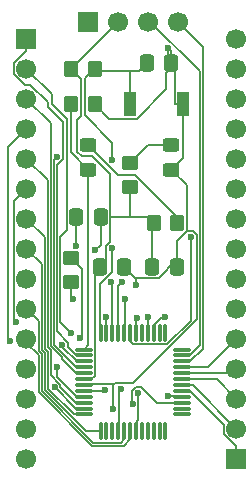
<source format=gtl>
G04 #@! TF.GenerationSoftware,KiCad,Pcbnew,9.0.7*
G04 #@! TF.CreationDate,2026-02-04T18:18:02+11:00*
G04 #@! TF.ProjectId,g3507-base,67333530-372d-4626-9173-652e6b696361,rev?*
G04 #@! TF.SameCoordinates,Original*
G04 #@! TF.FileFunction,Copper,L1,Top*
G04 #@! TF.FilePolarity,Positive*
%FSLAX46Y46*%
G04 Gerber Fmt 4.6, Leading zero omitted, Abs format (unit mm)*
G04 Created by KiCad (PCBNEW 9.0.7) date 2026-02-04 18:18:02*
%MOMM*%
%LPD*%
G01*
G04 APERTURE LIST*
G04 Aperture macros list*
%AMRoundRect*
0 Rectangle with rounded corners*
0 $1 Rounding radius*
0 $2 $3 $4 $5 $6 $7 $8 $9 X,Y pos of 4 corners*
0 Add a 4 corners polygon primitive as box body*
4,1,4,$2,$3,$4,$5,$6,$7,$8,$9,$2,$3,0*
0 Add four circle primitives for the rounded corners*
1,1,$1+$1,$2,$3*
1,1,$1+$1,$4,$5*
1,1,$1+$1,$6,$7*
1,1,$1+$1,$8,$9*
0 Add four rect primitives between the rounded corners*
20,1,$1+$1,$2,$3,$4,$5,0*
20,1,$1+$1,$4,$5,$6,$7,0*
20,1,$1+$1,$6,$7,$8,$9,0*
20,1,$1+$1,$8,$9,$2,$3,0*%
G04 Aperture macros list end*
G04 #@! TA.AperFunction,SMDPad,CuDef*
%ADD10RoundRect,0.250000X0.450000X-0.350000X0.450000X0.350000X-0.450000X0.350000X-0.450000X-0.350000X0*%
G04 #@! TD*
G04 #@! TA.AperFunction,SMDPad,CuDef*
%ADD11RoundRect,0.250000X-0.337500X-0.475000X0.337500X-0.475000X0.337500X0.475000X-0.337500X0.475000X0*%
G04 #@! TD*
G04 #@! TA.AperFunction,SMDPad,CuDef*
%ADD12RoundRect,0.075000X-0.662500X-0.075000X0.662500X-0.075000X0.662500X0.075000X-0.662500X0.075000X0*%
G04 #@! TD*
G04 #@! TA.AperFunction,SMDPad,CuDef*
%ADD13RoundRect,0.075000X-0.075000X-0.662500X0.075000X-0.662500X0.075000X0.662500X-0.075000X0.662500X0*%
G04 #@! TD*
G04 #@! TA.AperFunction,ComponentPad*
%ADD14R,1.700000X1.700000*%
G04 #@! TD*
G04 #@! TA.AperFunction,ComponentPad*
%ADD15C,1.700000*%
G04 #@! TD*
G04 #@! TA.AperFunction,SMDPad,CuDef*
%ADD16RoundRect,0.250000X0.450000X-0.325000X0.450000X0.325000X-0.450000X0.325000X-0.450000X-0.325000X0*%
G04 #@! TD*
G04 #@! TA.AperFunction,SMDPad,CuDef*
%ADD17R,1.000000X2.000000*%
G04 #@! TD*
G04 #@! TA.AperFunction,SMDPad,CuDef*
%ADD18R,1.050000X2.000000*%
G04 #@! TD*
G04 #@! TA.AperFunction,SMDPad,CuDef*
%ADD19RoundRect,0.250000X-0.350000X-0.450000X0.350000X-0.450000X0.350000X0.450000X-0.350000X0.450000X0*%
G04 #@! TD*
G04 #@! TA.AperFunction,ViaPad*
%ADD20C,0.600000*%
G04 #@! TD*
G04 #@! TA.AperFunction,Conductor*
%ADD21C,0.127000*%
G04 #@! TD*
G04 APERTURE END LIST*
D10*
X113000000Y-79000000D03*
X113000000Y-77000000D03*
D11*
X119880000Y-77780000D03*
X121955000Y-77780000D03*
X113425000Y-73500000D03*
X115500000Y-73500000D03*
X115425000Y-77780000D03*
X117500000Y-77780000D03*
X119425000Y-60500000D03*
X121500000Y-60500000D03*
D12*
X114087500Y-84750000D03*
X114087500Y-85250000D03*
X114087500Y-85750000D03*
X114087500Y-86250000D03*
X114087500Y-86750000D03*
X114087500Y-87250000D03*
X114087500Y-87750000D03*
X114087500Y-88250000D03*
X114087500Y-88750000D03*
X114087500Y-89250000D03*
X114087500Y-89750000D03*
X114087500Y-90250000D03*
D13*
X115500000Y-91662500D03*
X116000000Y-91662500D03*
X116500000Y-91662500D03*
X117000000Y-91662500D03*
X117500000Y-91662500D03*
X118000000Y-91662500D03*
X118500000Y-91662500D03*
X119000000Y-91662500D03*
X119500000Y-91662500D03*
X120000000Y-91662500D03*
X120500000Y-91662500D03*
X121000000Y-91662500D03*
D12*
X122412500Y-90250000D03*
X122412500Y-89750000D03*
X122412500Y-89250000D03*
X122412500Y-88750000D03*
X122412500Y-88250000D03*
X122412500Y-87750000D03*
X122412500Y-87250000D03*
X122412500Y-86750000D03*
X122412500Y-86250000D03*
X122412500Y-85750000D03*
X122412500Y-85250000D03*
X122412500Y-84750000D03*
D13*
X121000000Y-83337500D03*
X120500000Y-83337500D03*
X120000000Y-83337500D03*
X119500000Y-83337500D03*
X119000000Y-83337500D03*
X118500000Y-83337500D03*
X118000000Y-83337500D03*
X117500000Y-83337500D03*
X117000000Y-83337500D03*
X116500000Y-83337500D03*
X116000000Y-83337500D03*
X115500000Y-83337500D03*
D14*
X114420000Y-57000000D03*
D15*
X116960000Y-57000000D03*
X119500000Y-57000000D03*
X122040000Y-57000000D03*
D10*
X118000000Y-71000000D03*
X118000000Y-69000000D03*
D16*
X114475000Y-69525000D03*
X114475000Y-67475000D03*
D17*
X118025000Y-64000000D03*
D18*
X122500000Y-64000000D03*
D19*
X120000000Y-74000000D03*
X122000000Y-74000000D03*
D14*
X127000000Y-93980000D03*
D15*
X127000000Y-91440000D03*
X127000000Y-88900000D03*
X127000000Y-86360000D03*
X127000000Y-83820000D03*
X127000000Y-81280000D03*
X127000000Y-78740000D03*
X127000000Y-76200000D03*
X127000000Y-73660000D03*
X127000000Y-71120000D03*
X127000000Y-68580000D03*
X127000000Y-66040000D03*
X127000000Y-63500000D03*
X127000000Y-60960000D03*
X127000000Y-58420000D03*
D19*
X113000000Y-64000000D03*
X115000000Y-64000000D03*
D16*
X121500000Y-69525000D03*
X121500000Y-67475000D03*
D14*
X109220000Y-58420000D03*
D15*
X109220000Y-60960000D03*
X109220000Y-63500000D03*
X109220000Y-66040000D03*
X109220000Y-68580000D03*
X109220000Y-71120000D03*
X109220000Y-73660000D03*
X109220000Y-76200000D03*
X109220000Y-78740000D03*
X109220000Y-81280000D03*
X109220000Y-83820000D03*
X109220000Y-86360000D03*
X109220000Y-88900000D03*
X109220000Y-91440000D03*
X109220000Y-93980000D03*
D19*
X113000000Y-61000000D03*
X115000000Y-61000000D03*
D20*
X116513000Y-68682700D03*
X111809100Y-68438000D03*
X121212400Y-59215200D03*
X118516300Y-79270100D03*
X116569300Y-89812800D03*
X115063500Y-76305600D03*
X113148400Y-80493200D03*
X116489700Y-76147900D03*
X113430800Y-75949300D03*
X111605100Y-87942800D03*
X108303000Y-82435500D03*
X121224900Y-88650300D03*
X118673700Y-88423400D03*
X113040300Y-83334400D03*
X112260900Y-84361800D03*
X107800000Y-84061000D03*
X111828500Y-86202300D03*
X117218900Y-88086700D03*
X118216700Y-89347900D03*
X115940400Y-81992600D03*
X117340300Y-79069700D03*
X118610700Y-82066700D03*
X116380800Y-79007800D03*
X123146400Y-75253600D03*
X120940600Y-81992600D03*
X119521300Y-81992600D03*
X117531800Y-80505400D03*
X113742000Y-83773100D03*
X115865400Y-88164400D03*
D21*
X114200900Y-61799100D02*
X114200900Y-64914200D01*
X111556600Y-68690500D02*
X111556600Y-84353400D01*
X111809100Y-68438000D02*
X111556600Y-68690500D01*
X118025000Y-61200000D02*
X115200000Y-61200000D01*
X116513000Y-67226300D02*
X116513000Y-68682700D01*
X111556600Y-84353400D02*
X113453200Y-86250000D01*
X115200000Y-61200000D02*
X115000000Y-61000000D01*
X114200900Y-64914200D02*
X116513000Y-67226300D01*
X118025000Y-61200000D02*
X118025000Y-64000000D01*
X115000000Y-61000000D02*
X114200900Y-61799100D01*
X118725000Y-61200000D02*
X118025000Y-61200000D01*
X113453200Y-86250000D02*
X114087500Y-86250000D01*
X119425000Y-60500000D02*
X118725000Y-61200000D01*
X113000000Y-80344800D02*
X113000000Y-79000000D01*
X121955000Y-75569800D02*
X121955000Y-76764500D01*
X123638600Y-75017100D02*
X123638600Y-82207000D01*
X118251100Y-87594500D02*
X116724800Y-87594500D01*
X118516300Y-79270100D02*
X118516300Y-78722800D01*
X115500000Y-75869100D02*
X115500000Y-73500000D01*
X121071500Y-61327000D02*
X121071500Y-62731600D01*
X115063500Y-76305600D02*
X115500000Y-75869100D01*
X113148400Y-80493200D02*
X113000000Y-80344800D01*
X121955000Y-76764500D02*
X121955000Y-77141900D01*
X122803300Y-70828300D02*
X122803300Y-74721500D01*
X121782800Y-64000000D02*
X121782800Y-60782800D01*
X116197600Y-65197600D02*
X115000000Y-64000000D01*
X120466200Y-78722800D02*
X118516300Y-78722800D01*
X113148400Y-80493200D02*
X113000000Y-80344800D01*
X115062400Y-76306700D02*
X115063500Y-76305600D01*
X118605500Y-65197600D02*
X116197600Y-65197600D01*
X121500000Y-59502800D02*
X121500000Y-60500000D01*
X121955000Y-77141900D02*
X121137100Y-77959800D01*
X123638600Y-82207000D02*
X118251100Y-87594500D01*
X123343000Y-74721500D02*
X123638600Y-75017100D01*
X116724800Y-87594500D02*
X116569300Y-87750000D01*
X115063500Y-76305600D02*
X115062400Y-76306700D01*
X121137100Y-78051900D02*
X120466200Y-78722800D01*
X116569300Y-87750000D02*
X116491500Y-87672200D01*
X118442800Y-78722800D02*
X117500000Y-77780000D01*
X121071500Y-62731600D02*
X118605500Y-65197600D01*
X121212400Y-61186100D02*
X121071500Y-61327000D01*
X121782800Y-60782800D02*
X121500000Y-60500000D01*
X113000000Y-80344800D02*
X113148400Y-80493200D01*
X122500000Y-68525000D02*
X121500000Y-69525000D01*
X116491500Y-87672200D02*
X114165300Y-87672200D01*
X121137100Y-77959800D02*
X121137100Y-78051900D01*
X122500000Y-64000000D02*
X121782800Y-64000000D01*
X121955000Y-76764500D02*
X121955000Y-77780000D01*
X118516300Y-78722800D02*
X118442800Y-78722800D01*
X122500000Y-64000000D02*
X122500000Y-68525000D01*
X116569300Y-87750000D02*
X116569300Y-89812800D01*
X122803300Y-74721500D02*
X123343000Y-74721500D01*
X121212400Y-59215200D02*
X121212400Y-61186100D01*
X121500000Y-69525000D02*
X122803300Y-70828300D01*
X121212400Y-59215200D02*
X121500000Y-59502800D01*
X122803300Y-74721500D02*
X121955000Y-75569800D01*
X114165300Y-87672200D02*
X114087500Y-87750000D01*
X114731900Y-87250000D02*
X114087500Y-87250000D01*
X115997500Y-77207500D02*
X115425000Y-77780000D01*
X115997500Y-75944100D02*
X115997500Y-77207500D01*
X113920300Y-68371400D02*
X114739600Y-68371400D01*
X118000000Y-71000000D02*
X118000000Y-73501000D01*
X116291200Y-75650400D02*
X115997500Y-75944100D01*
X119880000Y-74120000D02*
X119880000Y-77780000D01*
X120000000Y-74000000D02*
X119880000Y-74120000D01*
X114739600Y-68371400D02*
X116291200Y-69923000D01*
X116291200Y-69923000D02*
X116291200Y-73501000D01*
X116960000Y-57000000D02*
X116960000Y-57040000D01*
X118000000Y-73501000D02*
X116291200Y-73501000D01*
X113548000Y-67999100D02*
X113920300Y-68371400D01*
X113000000Y-61000000D02*
X113832500Y-61832500D01*
X115027800Y-86954100D02*
X114731900Y-87250000D01*
X119501000Y-73501000D02*
X118000000Y-73501000D01*
X113832500Y-64999200D02*
X113548000Y-65283700D01*
X116291200Y-73501000D02*
X116291200Y-75650400D01*
X113832500Y-61832500D02*
X113832500Y-64999200D01*
X120000000Y-74000000D02*
X119501000Y-73501000D01*
X115425000Y-77780000D02*
X115027800Y-78177200D01*
X115027800Y-78177200D02*
X115027800Y-86954100D01*
X113548000Y-65283700D02*
X113548000Y-67999100D01*
X116960000Y-57040000D02*
X113000000Y-61000000D01*
X115448200Y-79240600D02*
X115448200Y-83285700D01*
X113430800Y-75949300D02*
X113425000Y-75943500D01*
X113425000Y-75943500D02*
X113430800Y-75949300D01*
X116489700Y-78199100D02*
X115448200Y-79240600D01*
X113430800Y-75949300D02*
X113425000Y-75943500D01*
X115448200Y-83285700D02*
X115500000Y-83337500D01*
X116489700Y-76147900D02*
X116489700Y-78199100D01*
X113425000Y-75943500D02*
X113425000Y-73500000D01*
X121500000Y-67475000D02*
X119525000Y-67475000D01*
X119525000Y-67475000D02*
X118000000Y-69000000D01*
X114475000Y-69525000D02*
X114475000Y-84362500D01*
X114475000Y-69525000D02*
X113000000Y-68050000D01*
X114475000Y-84362500D02*
X114087500Y-84750000D01*
X113000000Y-68050000D02*
X113000000Y-64000000D01*
X122000000Y-73549900D02*
X118450100Y-70000000D01*
X118450100Y-70000000D02*
X117000000Y-70000000D01*
X122000000Y-74000000D02*
X122000000Y-73549900D01*
X117000000Y-70000000D02*
X114475000Y-67475000D01*
X123894300Y-84403300D02*
X123894300Y-61201000D01*
X122412500Y-85250000D02*
X123047600Y-85250000D01*
X123047600Y-85250000D02*
X123894300Y-84403300D01*
X123894300Y-61201000D02*
X119693300Y-57000000D01*
X119693300Y-57000000D02*
X119500000Y-57000000D01*
X124150000Y-59110000D02*
X122040000Y-57000000D01*
X122412500Y-85750000D02*
X123105100Y-85750000D01*
X123105100Y-85750000D02*
X124150000Y-84705100D01*
X124150000Y-84705100D02*
X124150000Y-59110000D01*
X108303000Y-82435500D02*
X108137400Y-82269900D01*
X108137400Y-82269900D02*
X108137400Y-72202600D01*
X113412300Y-89750000D02*
X111605100Y-87942800D01*
X114087500Y-89750000D02*
X113412300Y-89750000D01*
X108137400Y-72202600D02*
X109220000Y-71120000D01*
X113405500Y-89250000D02*
X114087500Y-89250000D01*
X111045200Y-70405200D02*
X111045200Y-84565300D01*
X111045200Y-84565300D02*
X111300900Y-84821000D01*
X111300900Y-84821000D02*
X111300900Y-86942600D01*
X111300900Y-86942600D02*
X112097300Y-87739000D01*
X112097300Y-87941800D02*
X113405500Y-89250000D01*
X112097300Y-87739000D02*
X112097300Y-87941800D01*
X109220000Y-68580000D02*
X111045200Y-70405200D01*
X122312800Y-88650300D02*
X122412500Y-88750000D01*
X121224900Y-88650300D02*
X122312800Y-88650300D01*
X118000000Y-92343500D02*
X118000000Y-91662500D01*
X109220000Y-83820000D02*
X109220000Y-84186500D01*
X110262200Y-88380700D02*
X114762500Y-92881000D01*
X110262200Y-85228700D02*
X110262200Y-88380700D01*
X109220000Y-84186500D02*
X110262200Y-85228700D01*
X117462500Y-92881000D02*
X118000000Y-92343500D01*
X114762500Y-92881000D02*
X117462500Y-92881000D01*
X110278100Y-84883000D02*
X110532300Y-85137200D01*
X114868400Y-92625300D02*
X117214000Y-92625300D01*
X110278100Y-82338100D02*
X110278100Y-84883000D01*
X110532300Y-85137200D02*
X110532300Y-88289200D01*
X117214000Y-92625300D02*
X117500000Y-92339300D01*
X117500000Y-92339300D02*
X117500000Y-91662500D01*
X110532300Y-88289200D02*
X114868400Y-92625300D01*
X109220000Y-81280000D02*
X110278100Y-82338100D01*
X118500000Y-91662500D02*
X118500000Y-90943000D01*
X118709000Y-88458700D02*
X118673700Y-88423400D01*
X118709000Y-90734000D02*
X118709000Y-88458700D01*
X118500000Y-90943000D02*
X118709000Y-90734000D01*
X112229200Y-85387600D02*
X112229200Y-85521100D01*
X111300900Y-84459300D02*
X112229200Y-85387600D01*
X113458100Y-86750000D02*
X114087500Y-86750000D01*
X109220000Y-63500000D02*
X111300900Y-65580900D01*
X111300900Y-65580900D02*
X111300900Y-84459300D01*
X112229200Y-85521100D02*
X113458100Y-86750000D01*
X113471800Y-85750000D02*
X114087500Y-85750000D01*
X112644300Y-74627300D02*
X112644300Y-66009100D01*
X111388800Y-63986300D02*
X111388800Y-63128800D01*
X112260900Y-84361800D02*
X112260900Y-84539100D01*
X112260900Y-84539100D02*
X113471800Y-85750000D01*
X112087400Y-82381500D02*
X112087400Y-75184200D01*
X111388800Y-63128800D02*
X109220000Y-60960000D01*
X112644300Y-66009100D02*
X112644300Y-65241800D01*
X112087400Y-75184200D02*
X112644300Y-74627300D01*
X113040300Y-83334400D02*
X112087400Y-82381500D01*
X112644300Y-65241800D02*
X111388800Y-63986300D01*
X107690000Y-67570000D02*
X109220000Y-66040000D01*
X107690000Y-83951000D02*
X107690000Y-67570000D01*
X114087500Y-88750000D02*
X113471800Y-88750000D01*
X111828500Y-87106700D02*
X111828500Y-86202300D01*
X107800000Y-84061000D02*
X107690000Y-83951000D01*
X113471800Y-88750000D02*
X111828500Y-87106700D01*
X109220000Y-58420000D02*
X109220000Y-59462200D01*
X112319700Y-68625100D02*
X111812300Y-69132500D01*
X112753100Y-84158000D02*
X112753100Y-84565900D01*
X109079800Y-62319900D02*
X109542800Y-62319900D01*
X111812300Y-69132500D02*
X111812300Y-83217200D01*
X112753100Y-84565900D02*
X113437200Y-85250000D01*
X113437200Y-85250000D02*
X114087500Y-85250000D01*
X108177800Y-61417900D02*
X109079800Y-62319900D01*
X108177800Y-60504400D02*
X108177800Y-61417900D01*
X109220000Y-59462200D02*
X108177800Y-60504400D01*
X112319700Y-65458400D02*
X112319700Y-68625100D01*
X109542800Y-62319900D02*
X111043100Y-63820200D01*
X111043100Y-64181800D02*
X112319700Y-65458400D01*
X111812300Y-83217200D02*
X112753100Y-84158000D01*
X111043100Y-63820200D02*
X111043100Y-64181800D01*
X110533800Y-77513800D02*
X110533800Y-84777100D01*
X110533800Y-84777100D02*
X110788000Y-85031300D01*
X109220000Y-76200000D02*
X110533800Y-77513800D01*
X110788000Y-88183300D02*
X114267200Y-91662500D01*
X110788000Y-85031300D02*
X110788000Y-88183300D01*
X114267200Y-91662500D02*
X115500000Y-91662500D01*
X111043700Y-84925400D02*
X111043700Y-88077400D01*
X113216300Y-90250000D02*
X114087500Y-90250000D01*
X111043700Y-88077400D02*
X113216300Y-90250000D01*
X110789500Y-84671200D02*
X111043700Y-84925400D01*
X109220000Y-73660000D02*
X110789500Y-75229500D01*
X110789500Y-75229500D02*
X110789500Y-84671200D01*
X117061500Y-88244100D02*
X117218900Y-88086700D01*
X117061500Y-91601000D02*
X117061500Y-88244100D01*
X117000000Y-91662500D02*
X117061500Y-91601000D01*
X120273000Y-89250000D02*
X118953700Y-87930700D01*
X118470100Y-87930700D02*
X118157400Y-88243400D01*
X118953700Y-87930700D02*
X118470100Y-87930700D01*
X118157400Y-89288600D02*
X118216700Y-89347900D01*
X122412500Y-89250000D02*
X120273000Y-89250000D01*
X118157400Y-88243400D02*
X118157400Y-89288600D01*
X115940400Y-83277900D02*
X115940400Y-81992600D01*
X116000000Y-83337500D02*
X115940400Y-83277900D01*
X117000000Y-79410000D02*
X117340300Y-79069700D01*
X117000000Y-83337500D02*
X117000000Y-79410000D01*
X118610700Y-82066700D02*
X118500000Y-82177400D01*
X118500000Y-82177400D02*
X118500000Y-83337500D01*
X116440400Y-79067400D02*
X116380800Y-79007800D01*
X116500000Y-79127000D02*
X116380800Y-79007800D01*
X116500000Y-83337500D02*
X116500000Y-79127000D01*
X116380800Y-79007800D02*
X116440400Y-79067400D01*
X121143100Y-84315200D02*
X118281400Y-84315200D01*
X123146400Y-82311900D02*
X121143100Y-84315200D01*
X118000000Y-84033800D02*
X118000000Y-83337500D01*
X118281400Y-84315200D02*
X118000000Y-84033800D01*
X123146400Y-75253600D02*
X123146400Y-82311900D01*
X122412500Y-86750000D02*
X126610000Y-86750000D01*
X126610000Y-86750000D02*
X127000000Y-86360000D01*
X120678500Y-81992600D02*
X120940600Y-81992600D01*
X120000000Y-83337500D02*
X120000000Y-82671100D01*
X120000000Y-82671100D02*
X120678500Y-81992600D01*
X119500000Y-82013900D02*
X119500000Y-83337500D01*
X119521300Y-81992600D02*
X119500000Y-82013900D01*
X117531800Y-80505400D02*
X117531800Y-83305700D01*
X117531800Y-83305700D02*
X117500000Y-83337500D01*
X122412500Y-87250000D02*
X125350000Y-87250000D01*
X125350000Y-87250000D02*
X127000000Y-88900000D01*
X127000000Y-91440000D02*
X123310000Y-87750000D01*
X123310000Y-87750000D02*
X122412500Y-87750000D01*
X127000000Y-92937800D02*
X125957800Y-91895600D01*
X125957800Y-91100500D02*
X123107300Y-88250000D01*
X127000000Y-93980000D02*
X127000000Y-92937800D01*
X125957800Y-91895600D02*
X125957800Y-91100500D01*
X123107300Y-88250000D02*
X122412500Y-88250000D01*
X124570000Y-86250000D02*
X122412500Y-86250000D01*
X127000000Y-83820000D02*
X124570000Y-86250000D01*
X113910200Y-77910200D02*
X113910200Y-83604900D01*
X115779800Y-88164400D02*
X115865400Y-88164400D01*
X113910200Y-83604900D02*
X113742000Y-83773100D01*
X115865400Y-88164400D02*
X115779800Y-88164400D01*
X113000000Y-77000000D02*
X113910200Y-77910200D01*
X115779800Y-88250000D02*
X115865400Y-88164400D01*
X114087500Y-88250000D02*
X115779800Y-88250000D01*
M02*

</source>
